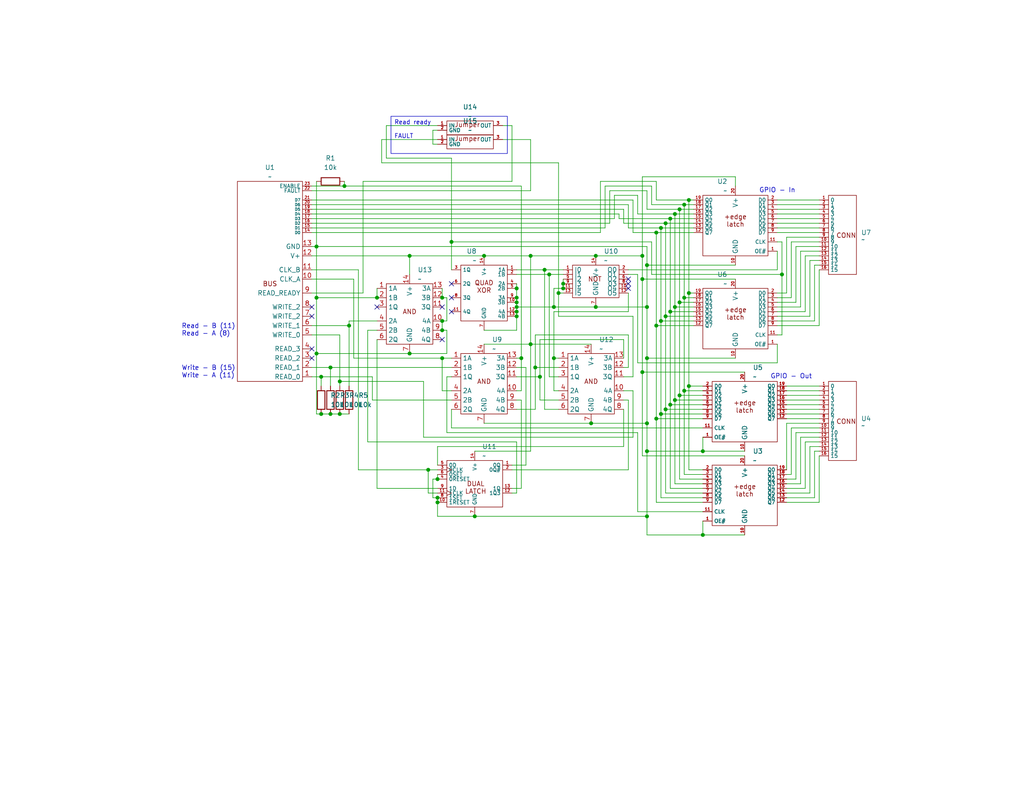
<source format=kicad_sch>
(kicad_sch (version 20231120) (generator "eeschema") (generator_version "8.0")
  (paper "USLetter")
  (lib_symbols
    (symbol "Device:R" (pin_numbers hide) (pin_names (offset 0))
      (property "Reference" "R" (at 2.032 0 90))
      (property "Value" "R" (at 0 0 90))
      (symbol "R_0_1"
        (rectangle (start -1.016 -2.54) (end 1.016 2.54) (stroke (width 0.254)))
      )
      (symbol "R_1_1"
        (pin passive line (at 0 3.81 270) (length 1.27) (name "~") (number "1"))
        (pin passive line (at 0 -3.81 90) (length 1.27) (name "~") (number "2"))
      )
    )
    (symbol "custom_symbol_lib:4x_XOR"
      (property "Reference" "U" (at 0 -1.778 0))
      (symbol "4x_XOR_1_1"
        (rectangle (start -6.35 7.62) (end 6.35 -7.62))
        (text "QUAD\nXOR" (at 0 1.778 0) (effects (font (size 1.27 1.27))))
        (pin input line (at -8.89 6.35 0) (length 2.54) (name "1A") (number "1"))
        (pin input line (at -8.89 -2.54 0) (length 2.54) (name "3B") (number "10"))
        (pin output line (at 8.89 -5.08 180) (length 2.54) (name "4Q") (number "11"))
        (pin input line (at -8.89 -5.08 0) (length 2.54) (name "4A") (number "12"))
        (pin input line (at -8.89 -6.35 0) (length 2.54) (name "4B") (number "13"))
        (pin power_in line (at 0 10.16 270) (length 2.54) (name "V+") (number "14"))
        (pin input line (at -8.89 5.08 0) (length 2.54) (name "1B") (number "2"))
        (pin output line (at 8.89 6.35 180) (length 2.54) (name "1Q") (number "3"))
        (pin input line (at -8.89 2.54 0) (length 2.54) (name "2A") (number "4"))
        (pin input line (at -8.89 1.27 0) (length 2.54) (name "2B") (number "5"))
        (pin output line (at 8.89 2.54 180) (length 2.54) (name "2Q") (number "6"))
        (pin power_in line (at 0 -10.16 90) (length 2.54) (name "GND") (number "7"))
        (pin output line (at 8.89 -1.27 180) (length 2.54) (name "3Q") (number "8"))
        (pin input line (at -8.89 -1.27 0) (length 2.54) (name "3A") (number "9"))
      )
    )
    (symbol "custom_symbol_lib:6xNOT"
      (property "Reference" "U" (at -2.032 -1.016 0))
      (symbol "6xNOT_0_1"
        (rectangle (start -6.35 5.08) (end 6.35 -3.81))
      )
      (symbol "6xNOT_1_1"
        (text "NOT" (at -0.254 1.27 0) (effects (font (size 1.27 1.27))))
        (pin input line (at -8.89 3.81 0) (length 2.54) (name "I0") (number "1"))
        (pin output line (at 8.89 -1.27 180) (length 2.54) (name "O4") (number "10"))
        (pin input line (at -8.89 -1.27 0) (length 2.54) (name "I4") (number "11"))
        (pin output line (at 8.89 -2.54 180) (length 2.54) (name "O5") (number "12"))
        (pin input line (at -8.89 -2.54 0) (length 2.54) (name "I5") (number "13"))
        (pin power_in line (at 0 7.62 270) (length 2.54) (name "V+") (number "14"))
        (pin output line (at 8.89 3.81 180) (length 2.54) (name "O0") (number "2"))
        (pin input line (at -8.89 2.54 0) (length 2.54) (name "I1") (number "3"))
        (pin output line (at 8.89 2.54 180) (length 2.54) (name "O1") (number "4"))
        (pin input line (at -8.89 1.27 0) (length 2.54) (name "I2") (number "5"))
        (pin output line (at 8.89 1.27 180) (length 2.54) (name "O2") (number "6"))
        (pin power_in line (at 0 -6.35 90) (length 2.54) (name "GND") (number "7"))
        (pin output line (at 8.89 0 180) (length 2.54) (name "03") (number "8"))
        (pin input line (at -8.89 0 0) (length 2.54) (name "I3") (number "9"))
      )
    )
    (symbol "custom_symbol_lib:bus_edge_connector"
      (property "Reference" "U" (at 0 -1.27 0))
      (symbol "bus_edge_connector_0_1"
        (rectangle (start -8.89 27.94) (end 8.89 -26.67))
      )
      (symbol "bus_edge_connector_1_1"
        (text "BUS" (at 0 1.27 0) (effects (font (size 1.27 1.27))))
        (pin bidirectional line (at -11.43 26.67 0) (length 2.54) (name "READ_0") (number "1"))
        (pin bidirectional line (at -11.43 0 0) (length 2.54) (name "CLK_A") (number "10"))
        (pin bidirectional line (at -11.43 -2.54 0) (length 2.54) (name "CLK_B") (number "11"))
        (pin power_out line (at -11.43 -6.35 0) (length 2.54) (name "V+") (number "12"))
        (pin power_out line (at -11.43 -8.89 0) (length 2.54) (name "GND") (number "13"))
        (pin bidirectional line (at -11.43 -12.7 0) (length 2.54) (name "D0") (number "14"))
        (pin bidirectional line (at -11.43 -13.97 0) (length 2.54) (name "D1") (number "15"))
        (pin bidirectional line (at -11.43 -15.24 0) (length 2.54) (name "D2") (number "16"))
        (pin bidirectional line (at -11.43 -16.51 0) (length 2.54) (name "D3") (number "17"))
        (pin bidirectional line (at -11.43 -17.78 0) (length 2.54) (name "D4") (number "18"))
        (pin bidirectional line (at -11.43 -19.05 0) (length 2.54) (name "D5") (number "19"))
        (pin bidirectional line (at -11.43 24.13 0) (length 2.54) (name "READ_1") (number "2"))
        (pin bidirectional line (at -11.43 -20.32 0) (length 2.54) (name "D6") (number "20"))
        (pin bidirectional line (at -11.43 -21.59 0) (length 2.54) (name "D7") (number "21"))
        (pin bidirectional line (at -11.43 -24.13 0) (length 2.54) (name "FAULT") (number "22"))
        (pin bidirectional line (at -11.43 -25.4 0) (length 2.54) (name "ENABLE") (number "23"))
        (pin bidirectional line (at -11.43 21.59 0) (length 2.54) (name "READ_2") (number "3"))
        (pin bidirectional line (at -11.43 19.05 0) (length 2.54) (name "READ_3") (number "4"))
        (pin bidirectional line (at -11.43 15.24 0) (length 2.54) (name "WRITE_0") (number "5"))
        (pin bidirectional line (at -11.43 12.7 0) (length 2.54) (name "WRITE_1") (number "6"))
        (pin bidirectional line (at -11.43 10.16 0) (length 2.54) (name "WRITE_2") (number "7"))
        (pin bidirectional line (at -11.43 7.62 0) (length 2.54) (name "WRITE_2") (number "8"))
        (pin bidirectional line (at -11.43 3.81 0) (length 2.54) (name "READ_READY") (number "9"))
      )
    )
    (symbol "custom_symbol_lib:connector_16_bit"
      (property "Reference" "U" (at 3.048 -2.032 0))
      (symbol "connector_16_bit_0_1"
        (rectangle (start -1.27 11.43) (end 6.35 -10.16))
      )
      (symbol "connector_16_bit_1_1"
        (text "CONN" (at 3.556 0.508 0) (effects (font (size 1.27 1.27))))
        (pin input line (at -3.81 10.16 0) (length 2.54) (name "0") (number "1"))
        (pin input line (at -3.81 -1.27 0) (length 2.54) (name "9") (number "10"))
        (pin input line (at -3.81 -2.54 0) (length 2.54) (name "10") (number "11"))
        (pin input line (at -3.81 -3.81 0) (length 2.54) (name "11") (number "12"))
        (pin input line (at -3.81 -5.08 0) (length 2.54) (name "12") (number "13"))
        (pin input line (at -3.81 -6.35 0) (length 2.54) (name "13") (number "14"))
        (pin input line (at -3.81 -7.62 0) (length 2.54) (name "14") (number "15"))
        (pin input line (at -3.81 -8.89 0) (length 2.54) (name "15") (number "16"))
        (pin input line (at -3.81 8.89 0) (length 2.54) (name "1") (number "2"))
        (pin input line (at -3.81 7.62 0) (length 2.54) (name "2") (number "3"))
        (pin input line (at -3.81 6.35 0) (length 2.54) (name "3") (number "4"))
        (pin input line (at -3.81 5.08 0) (length 2.54) (name "4") (number "5"))
        (pin input line (at -3.81 3.81 0) (length 2.54) (name "5") (number "6"))
        (pin input line (at -3.81 2.54 0) (length 2.54) (name "6") (number "7"))
        (pin input line (at -3.81 1.27 0) (length 2.54) (name "7") (number "8"))
        (pin input line (at -3.81 0 0) (length 2.54) (name "8") (number "9"))
      )
    )
    (symbol "custom_symbol_lib:dual_latch"
      (property "Reference" "U" (at 4.572 -5.08 0))
      (symbol "dual_latch_0_1"
        (rectangle (start -7.62 6.35) (end 7.62 -6.35))
      )
      (symbol "dual_latch_1_1"
        (text "DUAL\nLATCH" (at 0.254 -1.016 0) (effects (font (size 1.27 1.27))))
        (pin output line (at 10.16 5.08 180) (length 2.54) (name "0Q") (number "1"))
        (pin input line (at -10.16 -5.08 0) (length 2.54) (name "1RESET") (number "10"))
        (pin input clock (at -10.16 -2.54 0) (length 2.54) (name "1CLK") (number "11"))
        (pin output line (at 10.16 -2.54 180) (length 2.54) (name "1Q3") (number "12"))
        (pin output line (at 10.16 -1.27 180) (length 2.54) (name "1Q") (number "13"))
        (pin power_in line (at 0 8.89 270) (length 2.54) (name "V+") (number "14"))
        (pin output line (at 10.16 3.81 180) (length 2.54) (name "0Q#") (number "2"))
        (pin input clock (at -10.16 3.81 0) (length 2.54) (name "0CLK") (number "3"))
        (pin input line (at -10.16 1.27 0) (length 2.54) (name "0RESET") (number "4"))
        (pin input line (at -10.16 5.08 0) (length 2.54) (name "0D") (number "5"))
        (pin input line (at -10.16 2.54 0) (length 2.54) (name "0SET") (number "6"))
        (pin power_in line (at 0 -8.89 90) (length 2.54) (name "GND") (number "7"))
        (pin input line (at -10.16 -3.81 0) (length 2.54) (name "1SET") (number "8"))
        (pin input line (at -10.16 -1.27 0) (length 2.54) (name "1D") (number "9"))
      )
    )
    (symbol "custom_symbol_lib:jumper"
      (property "Reference" "U" (at -1.016 -1.524 0))
      (symbol "jumper_1_1"
        (rectangle (start -6.35 1.27) (end 6.35 -2.54))
        (text "Jumper" (at -0.762 0.254 0) (effects (font (size 1.27 1.27))))
        (pin input line (at -8.89 0 0) (length 2.54) (name "IN") (number "1"))
        (pin power_in line (at -8.89 -1.27 0) (length 2.54) (name "GND") (number "2"))
        (pin output line (at 8.89 0 180) (length 2.54) (name "OUT") (number "3"))
      )
    )
    (symbol "custom_symbol_lib:quad_and"
      (property "Reference" "U" (at 0 -1.524 0))
      (symbol "quad_and_0_1"
        (rectangle (start -6.35 8.89) (end 6.35 -7.62))
      )
      (symbol "quad_and_1_1"
        (text "AND" (at 0 1.27 0) (effects (font (size 1.27 1.27))))
        (pin input line (at -8.89 7.62 0) (length 2.54) (name "1A") (number "1"))
        (pin input line (at 8.89 -1.27 180) (length 2.54) (name "4A") (number "10"))
        (pin output line (at 8.89 2.54 180) (length 2.54) (name "3Q") (number "11"))
        (pin input line (at 8.89 5.08 180) (length 2.54) (name "3B") (number "12"))
        (pin input line (at 8.89 7.62 180) (length 2.54) (name "3A") (number "13"))
        (pin power_in line (at 0 11.43 270) (length 2.54) (name "V+") (number "14"))
        (pin input line (at -8.89 5.08 0) (length 2.54) (name "1B") (number "2"))
        (pin output line (at -8.89 2.54 0) (length 2.54) (name "1Q") (number "3"))
        (pin input line (at -8.89 -1.27 0) (length 2.54) (name "2A") (number "4"))
        (pin input line (at -8.89 -3.81 0) (length 2.54) (name "2B") (number "5"))
        (pin output line (at -8.89 -6.35 0) (length 2.54) (name "2Q") (number "6"))
        (pin power_in line (at 0 -10.16 90) (length 2.54) (name "GND") (number "7"))
        (pin output line (at 8.89 -6.35 180) (length 2.54) (name "4Q") (number "8"))
        (pin input line (at 8.89 -3.81 180) (length 2.54) (name "4B") (number "9"))
      )
    )
    (symbol "custom_symbol_lib:rising_edge_8_bit_latch"
      (property "Reference" "U" (at 0 -1.016 0))
      (symbol "rising_edge_8_bit_latch_0_1"
        (rectangle (start -8.89 8.89) (end 8.89 -7.62))
      )
      (symbol "rising_edge_8_bit_latch_1_1"
        (text "+edge\nlatch" (at 0 2.032 0) (effects (font (size 1.27 1.27))))
        (pin input line (at -11.43 -6.35 0) (length 2.54) (name "OE#") (number "1"))
        (pin power_in line (at 0 -10.16 90) (length 2.54) (name "GND") (number "10"))
        (pin input line (at -11.43 -3.81 0) (length 2.54) (name "CLK") (number "11"))
        (pin output line (at 11.43 -1.27 180) (length 2.54) (name "Q7") (number "12"))
        (pin output line (at 11.43 0 180) (length 2.54) (name "Q6") (number "13"))
        (pin output line (at 11.43 1.27 180) (length 2.54) (name "Q5") (number "14"))
        (pin output line (at 11.43 2.54 180) (length 2.54) (name "Q4") (number "15"))
        (pin output line (at 11.43 3.81 180) (length 2.54) (name "Q3") (number "16"))
        (pin output line (at 11.43 5.08 180) (length 2.54) (name "Q2") (number "17"))
        (pin output line (at 11.43 6.35 180) (length 2.54) (name "Q1") (number "18"))
        (pin output line (at 11.43 7.62 180) (length 2.54) (name "Q0") (number "19"))
        (pin input line (at -11.43 7.62 0) (length 2.54) (name "D0") (number "2"))
        (pin power_in line (at 0 11.43 270) (length 2.54) (name "V+") (number "20"))
        (pin input line (at -11.43 6.35 0) (length 2.54) (name "D1") (number "3"))
        (pin input line (at -11.43 5.08 0) (length 2.54) (name "D2") (number "4"))
        (pin input line (at -11.43 3.81 0) (length 2.54) (name "D3") (number "5"))
        (pin input line (at -11.43 2.54 0) (length 2.54) (name "D4") (number "6"))
        (pin input line (at -11.43 1.27 0) (length 2.54) (name "D5") (number "7"))
        (pin input line (at -11.43 0 0) (length 2.54) (name "D6") (number "8"))
        (pin input line (at -11.43 -1.27 0) (length 2.54) (name "D7") (number "9"))
      )
    )
  )
  (junction (at 153.67 78.74))
  (junction (at 102.87 81.28))
  (junction (at 185.42 107.95))
  (junction (at 187.96 54.61))
  (junction (at 152.4 80.01))
  (junction (at 140.97 86.36))
  (junction (at 93.98 50.8))
  (junction (at 146.05 100.33))
  (junction (at 176.53 140.97))
  (junction (at 140.97 78.74))
  (junction (at 182.88 85.09))
  (junction (at 175.26 101.6))
  (junction (at 140.97 81.28))
  (junction (at 181.61 111.76))
  (junction (at 90.17 100.33))
  (junction (at 176.53 97.79))
  (junction (at 187.96 80.01))
  (junction (at 186.69 55.88))
  (junction (at 148.59 73.66))
  (junction (at 140.97 82.55))
  (junction (at 184.15 58.42))
  (junction (at 162.56 83.82))
  (junction (at 132.08 69.85))
  (junction (at 111.76 96.52))
  (junction (at 191.77 146.05))
  (junction (at 176.53 115.57))
  (junction (at 184.15 83.82))
  (junction (at 140.97 85.09))
  (junction (at 92.71 104.14))
  (junction (at 187.96 105.41))
  (junction (at 186.69 81.28))
  (junction (at 179.07 88.9))
  (junction (at 181.61 60.96))
  (junction (at 86.36 67.31))
  (junction (at 87.63 113.03))
  (junction (at 142.24 97.79))
  (junction (at 182.88 59.69))
  (junction (at 123.19 66.04))
  (junction (at 120.65 87.63))
  (junction (at 176.53 123.19))
  (junction (at 120.65 81.28))
  (junction (at 119.38 130.81))
  (junction (at 162.56 69.85))
  (junction (at 180.34 62.23))
  (junction (at 87.63 102.87))
  (junction (at 181.61 86.36))
  (junction (at 185.42 82.55))
  (junction (at 86.36 96.52))
  (junction (at 95.25 88.9))
  (junction (at 191.77 123.19))
  (junction (at 149.86 74.93))
  (junction (at 176.53 83.82))
  (junction (at 111.76 69.85))
  (junction (at 147.32 102.87))
  (junction (at 119.38 135.89))
  (junction (at 120.65 90.17))
  (junction (at 120.65 97.79))
  (junction (at 129.54 140.97))
  (junction (at 161.29 115.57))
  (junction (at 179.07 63.5))
  (junction (at 186.69 106.68))
  (junction (at 116.84 128.27))
  (junction (at 185.42 57.15))
  (junction (at 175.26 69.85))
  (junction (at 180.34 113.03))
  (junction (at 90.17 113.03))
  (junction (at 213.36 74.93))
  (junction (at 144.78 93.98))
  (junction (at 153.67 77.47))
  (junction (at 144.78 69.85))
  (junction (at 182.88 110.49))
  (junction (at 184.15 109.22))
  (junction (at 86.36 81.28))
  (junction (at 175.26 76.2))
  (junction (at 92.71 113.03))
  (junction (at 176.53 72.39))
  (junction (at 151.13 97.79))
  (junction (at 140.97 83.82))
  (junction (at 119.38 137.16))
  (junction (at 179.07 114.3))
  (junction (at 151.13 83.82))
  (junction (at 180.34 87.63))
  (no_connect (at 171.45 78.74))
  (no_connect (at 171.45 76.2))
  (no_connect (at 123.19 85.09))
  (no_connect (at 102.87 83.82))
  (no_connect (at 85.09 86.36))
  (no_connect (at 85.09 83.82))
  (no_connect (at 85.09 97.79))
  (no_connect (at 120.65 92.71))
  (no_connect (at 123.19 81.28))
  (no_connect (at 171.45 77.47))
  (no_connect (at 85.09 95.25))
  (no_connect (at 123.19 77.47))
  (no_connect (at 120.65 83.82))
  (wire (pts (xy 177.8 50.8) (xy 165.1 50.8)))
  (wire (pts (xy 119.38 135.89) (xy 119.38 137.16)))
  (wire (pts (xy 187.96 54.61) (xy 179.07 54.61)))
  (wire (pts (xy 140.97 111.76) (xy 146.05 111.76)))
  (wire (pts (xy 214.63 111.76) (xy 223.52 111.76)))
  (wire (pts (xy 185.42 82.55) (xy 185.42 107.95)))
  (wire (pts (xy 179.07 88.9) (xy 179.07 63.5)))
  (wire (pts (xy 120.65 81.28) (xy 121.92 81.28)))
  (wire (pts (xy 218.44 68.58) (xy 218.44 83.82)))
  (wire (pts (xy 85.09 50.8) (xy 93.98 50.8)))
  (wire (pts (xy 101.6 102.87) (xy 101.6 109.22)))
  (wire (pts (xy 111.76 69.85) (xy 132.08 69.85)))
  (wire (pts (xy 143.51 100.33) (xy 140.97 100.33)))
  (wire (pts (xy 92.71 104.14) (xy 92.71 91.44)))
  (wire (pts (xy 219.71 120.65) (xy 223.52 120.65)))
  (wire (pts (xy 219.71 133.35) (xy 219.71 120.65)))
  (wire (pts (xy 172.72 102.87) (xy 172.72 86.36)))
  (wire (pts (xy 139.7 133.35) (xy 142.24 133.35)))
  (wire (pts (xy 123.19 66.04) (xy 123.19 43.18)))
  (wire (pts (xy 185.42 82.55) (xy 189.23 82.55)))
  (wire (pts (xy 212.09 58.42) (xy 223.52 58.42)))
  (wire (pts (xy 170.18 97.79) (xy 170.18 92.71)))
  (wire (pts (xy 92.71 91.44) (xy 85.09 91.44)))
  (wire (pts (xy 181.61 134.62) (xy 181.61 111.76)))
  (wire (pts (xy 142.24 50.8) (xy 142.24 97.79)))
  (wire (pts (xy 214.63 113.03) (xy 223.52 113.03)))
  (wire (pts (xy 140.97 82.55) (xy 140.97 83.82)))
  (wire (pts (xy 177.8 55.88) (xy 177.8 50.8)))
  (wire (pts (xy 220.98 134.62) (xy 214.63 134.62)))
  (wire (pts (xy 180.34 113.03) (xy 191.77 113.03)))
  (wire (pts (xy 140.97 120.65) (xy 100.33 120.65)))
  (wire (pts (xy 116.84 128.27) (xy 119.38 128.27)))
  (wire (pts (xy 184.15 58.42) (xy 173.99 58.42)))
  (wire (pts (xy 212.09 68.58) (xy 212.09 73.66)))
  (wire (pts (xy 186.69 106.68) (xy 191.77 106.68)))
  (wire (pts (xy 184.15 109.22) (xy 191.77 109.22)))
  (wire (pts (xy 180.34 62.23) (xy 189.23 62.23)))
  (wire (pts (xy 167.64 59.69) (xy 85.09 59.69)))
  (wire (pts (xy 175.26 101.6) (xy 175.26 124.46)))
  (wire (pts (xy 223.52 72.39) (xy 222.25 72.39)))
  (wire (pts (xy 85.09 100.33) (xy 90.17 100.33)))
  (wire (pts (xy 182.88 59.69) (xy 182.88 85.09)))
  (wire (pts (xy 186.69 129.54) (xy 186.69 106.68)))
  (wire (pts (xy 170.18 111.76) (xy 170.18 121.92)))
  (wire (pts (xy 215.9 116.84) (xy 215.9 129.54)))
  (wire (pts (xy 200.66 48.26) (xy 200.66 50.8)))
  (wire (pts (xy 191.77 146.05) (xy 203.2 146.05)))
  (wire (pts (xy 140.97 85.09) (xy 140.97 86.36)))
  (wire (pts (xy 151.13 83.82) (xy 162.56 83.82)))
  (wire (pts (xy 176.53 83.82) (xy 176.53 97.79)))
  (wire (pts (xy 120.65 87.63) (xy 120.65 90.17)))
  (wire (pts (xy 176.53 52.07) (xy 166.37 52.07)))
  (wire (pts (xy 187.96 105.41) (xy 187.96 128.27)))
  (wire (pts (xy 184.15 109.22) (xy 184.15 83.82)))
  (wire (pts (xy 185.42 57.15) (xy 176.53 57.15)))
  (wire (pts (xy 97.79 73.66) (xy 97.79 128.27)))
  (wire (pts (xy 85.09 67.31) (xy 86.36 67.31)))
  (wire (pts (xy 219.71 69.85) (xy 223.52 69.85)))
  (wire (pts (xy 179.07 114.3) (xy 179.07 88.9)))
  (wire (pts (xy 214.63 130.81) (xy 217.17 130.81)))
  (wire (pts (xy 101.6 109.22) (xy 123.19 109.22)))
  (wire (pts (xy 119.38 130.81) (xy 118.11 130.81)))
  (wire (pts (xy 153.67 77.47) (xy 153.67 78.74)))
  (wire (pts (xy 144.78 52.07) (xy 85.09 52.07)))
  (wire (pts (xy 86.36 67.31) (xy 176.53 67.31)))
  (wire (pts (xy 123.19 43.18) (xy 105.41 43.18)))
  (wire (pts (xy 222.25 123.19) (xy 222.25 135.89)))
  (wire (pts (xy 123.19 66.04) (xy 123.19 73.66)))
  (wire (pts (xy 213.36 74.93) (xy 213.36 66.04)))
  (wire (pts (xy 140.97 78.74) (xy 140.97 81.28)))
  (wire (pts (xy 180.34 87.63) (xy 189.23 87.63)))
  (wire (pts (xy 220.98 86.36) (xy 212.09 86.36)))
  (wire (pts (xy 147.32 109.22) (xy 152.4 109.22)))
  (wire (pts (xy 92.71 104.14) (xy 115.57 104.14)))
  (wire (pts (xy 140.97 134.62) (xy 140.97 120.65)))
  (wire (pts (xy 213.36 66.04) (xy 212.09 66.04)))
  (wire (pts (xy 143.51 127) (xy 143.51 100.33)))
  (wire (pts (xy 180.34 135.89) (xy 191.77 135.89)))
  (wire (pts (xy 213.36 74.93) (xy 177.8 74.93)))
  (wire (pts (xy 176.53 146.05) (xy 191.77 146.05)))
  (wire (pts (xy 184.15 58.42) (xy 189.23 58.42)))
  (wire (pts (xy 184.15 132.08) (xy 184.15 109.22)))
  (wire (pts (xy 181.61 111.76) (xy 181.61 86.36)))
  (wire (pts (xy 140.97 90.17) (xy 132.08 90.17)))
  (wire (pts (xy 191.77 132.08) (xy 184.15 132.08)))
  (wire (pts (xy 104.14 44.45) (xy 104.14 38.1)))
  (wire (pts (xy 182.88 110.49) (xy 191.77 110.49)))
  (wire (pts (xy 186.69 81.28) (xy 189.23 81.28)))
  (wire (pts (xy 212.09 85.09) (xy 219.71 85.09)))
  (wire (pts (xy 96.52 97.79) (xy 120.65 97.79)))
  (wire (pts (xy 142.24 106.68) (xy 140.97 106.68)))
  (wire (pts (xy 162.56 69.85) (xy 175.26 69.85)))
  (wire (pts (xy 171.45 62.23) (xy 171.45 55.88)))
  (wire (pts (xy 176.53 57.15) (xy 176.53 52.07)))
  (wire (pts (xy 187.96 54.61) (xy 189.23 54.61)))
  (wire (pts (xy 176.53 97.79) (xy 176.53 115.57)))
  (wire (pts (xy 180.34 113.03) (xy 180.34 135.89)))
  (wire (pts (xy 115.57 119.38) (xy 172.72 119.38)))
  (wire (pts (xy 171.45 85.09) (xy 151.13 85.09)))
  (wire (pts (xy 95.25 88.9) (xy 95.25 105.41)))
  (wire (pts (xy 176.53 97.79) (xy 200.66 97.79)))
  (wire (pts (xy 140.97 73.66) (xy 148.59 73.66)))
  (wire (pts (xy 177.8 66.04) (xy 123.19 66.04)))
  (wire (pts (xy 92.71 113.03) (xy 90.17 113.03)))
  (wire (pts (xy 102.87 87.63) (xy 95.25 87.63)))
  (wire (pts (xy 148.59 111.76) (xy 152.4 111.76)))
  (wire (pts (xy 142.24 97.79) (xy 142.24 106.68)))
  (wire (pts (xy 172.72 54.61) (xy 85.09 54.61)))
  (wire (pts (xy 179.07 54.61) (xy 179.07 49.53)))
  (wire (pts (xy 121.92 81.28) (xy 121.92 87.63)))
  (wire (pts (xy 97.79 128.27) (xy 116.84 128.27)))
  (wire (pts (xy 152.4 44.45) (xy 152.4 80.01)))
  (wire (pts (xy 184.15 83.82) (xy 184.15 58.42)))
  (wire (pts (xy 212.09 59.69) (xy 223.52 59.69)))
  (wire (pts (xy 182.88 110.49) (xy 182.88 133.35)))
  (wire (pts (xy 87.63 102.87) (xy 101.6 102.87)))
  (wire (pts (xy 181.61 86.36) (xy 181.61 60.96)))
  (wire (pts (xy 191.77 129.54) (xy 186.69 129.54)))
  (wire (pts (xy 137.16 38.1) (xy 144.78 38.1)))
  (wire (pts (xy 140.97 86.36) (xy 140.97 90.17)))
  (wire (pts (xy 191.77 137.16) (xy 179.07 137.16)))
  (wire (pts (xy 212.09 73.66) (xy 171.45 73.66)))
  (wire (pts (xy 176.53 123.19) (xy 176.53 140.97)))
  (wire (pts (xy 163.83 63.5) (xy 85.09 63.5)))
  (wire (pts (xy 118.11 130.81) (xy 118.11 135.89)))
  (wire (pts (xy 123.19 111.76) (xy 123.19 116.84)))
  (wire (pts (xy 140.97 81.28) (xy 140.97 82.55)))
  (wire (pts (xy 214.63 107.95) (xy 223.52 107.95)))
  (wire (pts (xy 144.78 93.98) (xy 144.78 123.19)))
  (wire (pts (xy 121.92 96.52) (xy 111.76 96.52)))
  (wire (pts (xy 181.61 60.96) (xy 189.23 60.96)))
  (wire (pts (xy 111.76 69.85) (xy 111.76 74.93)))
  (wire (pts (xy 105.41 34.29) (xy 119.38 34.29)))
  (wire (pts (xy 119.38 129.54) (xy 119.38 130.81)))
  (wire (pts (xy 144.78 69.85) (xy 144.78 93.98)))
  (wire (pts (xy 120.65 106.68) (xy 120.65 97.79)))
  (wire (pts (xy 139.7 34.29) (xy 139.7 49.53)))
  (wire (pts (xy 214.63 80.01) (xy 214.63 64.77)))
  (wire (pts (xy 87.63 113.03) (xy 86.36 113.03)))
  (wire (pts (xy 152.4 86.36) (xy 172.72 86.36)))
  (wire (pts (xy 142.24 109.22) (xy 140.97 109.22)))
  (wire (pts (xy 182.88 85.09) (xy 182.88 110.49)))
  (wire (pts (xy 153.67 76.2) (xy 153.67 77.47)))
  (wire (pts (xy 185.42 57.15) (xy 185.42 82.55)))
  (wire (pts (xy 175.26 124.46) (xy 203.2 124.46)))
  (wire (pts (xy 185.42 107.95) (xy 185.42 130.81)))
  (wire (pts (xy 185.42 107.95) (xy 191.77 107.95)))
  (wire (pts (xy 181.61 86.36) (xy 189.23 86.36)))
  (wire (pts (xy 86.36 96.52) (xy 86.36 81.28)))
  (wire (pts (xy 132.08 93.98) (xy 144.78 93.98)))
  (wire (pts (xy 99.06 49.53) (xy 99.06 80.01)))
  (wire (pts (xy 140.97 102.87) (xy 147.32 102.87)))
  (wire (pts (xy 116.84 128.27) (xy 116.84 134.62)))
  (wire (pts (xy 95.25 87.63) (xy 95.25 88.9)))
  (wire (pts (xy 200.66 48.26) (xy 175.26 48.26)))
  (wire (pts (xy 171.45 128.27) (xy 139.7 128.27)))
  (wire (pts (xy 140.97 77.47) (xy 140.97 78.74)))
  (wire (pts (xy 175.26 101.6) (xy 203.2 101.6)))
  (wire (pts (xy 177.8 74.93) (xy 177.8 66.04)))
  (wire (pts (xy 173.99 99.06) (xy 173.99 74.93)))
  (wire (pts (xy 115.57 104.14) (xy 115.57 119.38)))
  (wire (pts (xy 100.33 90.17) (xy 102.87 90.17)))
  (wire (pts (xy 212.09 91.44) (xy 213.36 91.44)))
  (wire (pts (xy 142.24 133.35) (xy 142.24 109.22)))
  (wire (pts (xy 87.63 105.41) (xy 87.63 102.87)))
  (wire (pts (xy 222.25 87.63) (xy 212.09 87.63)))
  (wire (pts (xy 185.42 57.15) (xy 189.23 57.15)))
  (wire (pts (xy 187.96 80.01) (xy 187.96 105.41)))
  (wire (pts (xy 129.54 140.97) (xy 176.53 140.97)))
  (wire (pts (xy 167.64 53.34) (xy 167.64 59.69)))
  (wire (pts (xy 162.56 83.82) (xy 176.53 83.82)))
  (wire (pts (xy 100.33 120.65) (xy 100.33 90.17)))
  (wire (pts (xy 123.19 106.68) (xy 120.65 106.68)))
  (wire (pts (xy 217.17 82.55) (xy 217.17 67.31)))
  (wire (pts (xy 102.87 133.35) (xy 119.38 133.35)))
  (wire (pts (xy 182.88 59.69) (xy 189.23 59.69)))
  (wire (pts (xy 175.26 69.85) (xy 175.26 76.2)))
  (wire (pts (xy 90.17 113.03) (xy 87.63 113.03)))
  (wire (pts (xy 191.77 134.62) (xy 181.61 134.62)))
  (wire (pts (xy 139.7 49.53) (xy 99.06 49.53)))
  (wire (pts (xy 212.09 63.5) (xy 223.52 63.5)))
  (wire (pts (xy 220.98 121.92) (xy 220.98 134.62)))
  (wire (pts (xy 215.9 66.04) (xy 215.9 81.28)))
  (wire (pts (xy 171.45 80.01) (xy 171.45 85.09)))
  (wire (pts (xy 173.99 74.93) (xy 171.45 74.93)))
  (wire (pts (xy 182.88 59.69) (xy 168.91 59.69)))
  (wire (pts (xy 214.63 115.57) (xy 223.52 115.57)))
  (wire (pts (xy 153.67 73.66) (xy 148.59 73.66)))
  (wire (pts (xy 171.45 91.44) (xy 146.05 91.44)))
  (wire (pts (xy 120.65 90.17) (xy 121.92 90.17)))
  (wire (pts (xy 165.1 62.23) (xy 85.09 62.23)))
  (wire (pts (xy 175.26 76.2) (xy 200.66 76.2)))
  (wire (pts (xy 176.53 123.19) (xy 191.77 123.19)))
  (wire (pts (xy 147.32 102.87) (xy 147.32 109.22)))
  (wire (pts (xy 212.09 93.98) (xy 212.09 99.06)))
  (wire (pts (xy 186.69 55.88) (xy 189.23 55.88)))
  (wire (pts (xy 179.07 137.16) (xy 179.07 114.3)))
  (wire (pts (xy 121.92 102.87) (xy 123.19 102.87)))
  (wire (pts (xy 217.17 118.11) (xy 223.52 118.11)))
  (wire (pts (xy 119.38 140.97) (xy 129.54 140.97)))
  (wire (pts (xy 140.97 83.82) (xy 151.13 83.82)))
  (wire (pts (xy 191.77 116.84) (xy 123.19 116.84)))
  (wire (pts (xy 151.13 78.74) (xy 151.13 83.82)))
  (wire (pts (xy 146.05 100.33) (xy 152.4 100.33)))
  (wire (pts (xy 215.9 81.28) (xy 212.09 81.28)))
  (wire (pts (xy 85.09 73.66) (xy 97.79 73.66)))
  (wire (pts (xy 223.52 71.12) (xy 220.98 71.12)))
  (wire (pts (xy 218.44 119.38) (xy 218.44 132.08)))
  (wire (pts (xy 102.87 78.74) (xy 102.87 81.28)))
  (wire (pts (xy 121.92 87.63) (xy 120.65 87.63)))
  (wire (pts (xy 212.09 88.9) (xy 223.52 88.9)))
  (wire (pts (xy 223.52 137.16) (xy 223.52 124.46)))
  (wire (pts (xy 146.05 91.44) (xy 146.05 100.33)))
  (wire (pts (xy 214.63 106.68) (xy 223.52 106.68)))
  (wire (pts (xy 181.61 111.76) (xy 191.77 111.76)))
  (wire (pts (xy 187.96 80.01) (xy 189.23 80.01)))
  (wire (pts (xy 120.65 97.79) (xy 123.19 97.79)))
  (wire (pts (xy 171.45 109.22) (xy 171.45 128.27)))
  (wire (pts (xy 181.61 60.96) (xy 170.18 60.96)))
  (wire (pts (xy 93.98 50.8) (xy 142.24 50.8)))
  (wire (pts (xy 118.11 35.56) (xy 118.11 39.37)))
  (wire (pts (xy 144.78 123.19) (xy 129.54 123.19)))
  (wire (pts (xy 179.07 88.9) (xy 189.23 88.9)))
  (wire (pts (xy 220.98 71.12) (xy 220.98 86.36)))
  (wire (pts (xy 92.71 105.41) (xy 92.71 104.14)))
  (wire (pts (xy 144.78 38.1) (xy 144.78 52.07)))
  (wire (pts (xy 119.38 121.92) (xy 119.38 127)))
  (wire (pts (xy 146.05 111.76) (xy 146.05 100.33)))
  (wire (pts (xy 223.52 119.38) (xy 218.44 119.38)))
  (wire (pts (xy 180.34 62.23) (xy 180.34 87.63)))
  (wire (pts (xy 176.53 115.57) (xy 176.53 123.19)))
  (wire (pts (xy 168.91 59.69) (xy 168.91 58.42)))
  (wire (pts (xy 187.96 54.61) (xy 187.96 80.01)))
  (wire (pts (xy 179.07 63.5) (xy 172.72 63.5)))
  (wire (pts (xy 147.32 92.71) (xy 147.32 102.87)))
  (wire (pts (xy 212.09 82.55) (xy 217.17 82.55)))
  (wire (pts (xy 217.17 67.31) (xy 223.52 67.31)))
  (wire (pts (xy 166.37 52.07) (xy 166.37 60.96)))
  (wire (pts (xy 132.08 69.85) (xy 144.78 69.85)))
  (wire (pts (xy 173.99 58.42) (xy 173.99 53.34)))
  (wire (pts (xy 179.07 63.5) (xy 189.23 63.5)))
  (wire (pts (xy 212.09 60.96) (xy 223.52 60.96)))
  (wire (pts (xy 191.77 123.19) (xy 203.2 123.19)))
  (wire (pts (xy 105.41 43.18) (xy 105.41 34.29)))
  (wire (pts (xy 120.65 78.74) (xy 120.65 81.28)))
  (wire (pts (xy 212.09 99.06) (xy 173.99 99.06)))
  (wire (pts (xy 153.67 74.93) (xy 149.86 74.93)))
  (wire (pts (xy 180.34 62.23) (xy 171.45 62.23)))
  (wire (pts (xy 151.13 97.79) (xy 151.13 106.68)))
  (wire (pts (xy 223.52 116.84) (xy 215.9 116.84)))
  (wire (pts (xy 223.52 68.58) (xy 218.44 68.58)))
  (wire (pts (xy 121.92 118.11) (xy 173.99 118.11)))
  (wire (pts (xy 85.09 76.2) (xy 96.52 76.2)))
  (wire (pts (xy 86.36 81.28) (xy 102.87 81.28)))
  (wire (pts (xy 172.72 119.38) (xy 172.72 106.68)))
  (wire (pts (xy 132.08 115.57) (xy 161.29 115.57)))
  (wire (pts (xy 85.09 69.85) (xy 111.76 69.85)))
  (wire (pts (xy 139.7 127) (xy 143.51 127)))
  (wire (pts (xy 176.53 67.31) (xy 176.53 72.39)))
  (wire (pts (xy 170.18 121.92) (xy 119.38 121.92)))
  (wire (pts (xy 172.72 106.68) (xy 170.18 106.68)))
  (wire (pts (xy 222.25 72.39) (xy 222.25 87.63)))
  (wire (pts (xy 118.11 39.37) (xy 119.38 39.37)))
  (wire (pts (xy 121.92 90.17) (xy 121.92 96.52)))
  (wire (pts (xy 85.09 102.87) (xy 87.63 102.87)))
  (wire (pts (xy 171.45 55.88) (xy 85.09 55.88)))
  (wire (pts (xy 170.18 109.22) (xy 171.45 109.22)))
  (wire (pts (xy 212.09 54.61) (xy 223.52 54.61)))
  (wire (pts (xy 144.78 69.85) (xy 162.56 69.85)))
  (wire (pts (xy 179.07 49.53) (xy 163.83 49.53)))
  (wire (pts (xy 142.24 97.79) (xy 140.97 97.79)))
  (wire (pts (xy 140.97 74.93) (xy 149.86 74.93)))
  (wire (pts (xy 176.53 72.39) (xy 176.53 83.82)))
  (wire (pts (xy 191.77 119.38) (xy 191.77 123.19)))
  (wire (pts (xy 152.4 80.01) (xy 153.67 80.01)))
  (wire (pts (xy 186.69 55.88) (xy 177.8 55.88)))
  (wire (pts (xy 170.18 60.96) (xy 170.18 57.15)))
  (wire (pts (xy 173.99 139.7) (xy 173.99 118.11)))
  (wire (pts (xy 151.13 106.68) (xy 152.4 106.68)))
  (wire (pts (xy 172.72 63.5) (xy 172.72 54.61)))
  (wire (pts (xy 175.26 76.2) (xy 175.26 101.6)))
  (wire (pts (xy 165.1 50.8) (xy 165.1 62.23)))
  (wire (pts (xy 175.26 48.26) (xy 175.26 69.85)))
  (wire (pts (xy 170.18 100.33) (xy 171.45 100.33)))
  (wire (pts (xy 93.98 50.8) (xy 93.98 49.53)))
  (wire (pts (xy 139.7 134.62) (xy 140.97 134.62)))
  (wire (pts (xy 218.44 132.08) (xy 214.63 132.08)))
  (wire (pts (xy 85.09 88.9) (xy 95.25 88.9)))
  (wire (pts (xy 95.25 113.03) (xy 92.71 113.03)))
  (wire (pts (xy 163.83 49.53) (xy 163.83 63.5)))
  (wire (pts (xy 182.88 85.09) (xy 189.23 85.09)))
  (wire (pts (xy 200.66 72.39) (xy 176.53 72.39)))
  (wire (pts (xy 90.17 100.33) (xy 123.19 100.33)))
  (wire (pts (xy 214.63 109.22) (xy 223.52 109.22)))
  (wire (pts (xy 151.13 97.79) (xy 152.4 97.79)))
  (wire (pts (xy 214.63 114.3) (xy 223.52 114.3)))
  (wire (pts (xy 223.52 88.9) (xy 223.52 73.66)))
  (wire (pts (xy 215.9 129.54) (xy 214.63 129.54)))
  (wire (pts (xy 86.36 49.53) (xy 86.36 67.31)))
  (wire (pts (xy 149.86 74.93) (xy 149.86 102.87)))
  (wire (pts (xy 119.38 35.56) (xy 118.11 35.56)))
  (wire (pts (xy 119.38 137.16) (xy 119.38 140.97)))
  (wire (pts (xy 214.63 110.49) (xy 223.52 110.49)))
  (wire (pts (xy 170.18 92.71) (xy 147.32 92.71)))
  (wire (pts (xy 223.52 123.19) (xy 222.25 123.19)))
  (wire (pts (xy 121.92 102.87) (xy 121.92 118.11)))
  (wire (pts (xy 186.69 81.28) (xy 186.69 55.88)))
  (wire (pts (xy 222.25 135.89) (xy 214.63 135.89)))
  (wire (pts (xy 167.64 53.34) (xy 173.99 53.34)))
  (wire (pts (xy 212.09 57.15) (xy 223.52 57.15)))
  (wire (pts (xy 99.06 80.01) (xy 85.09 80.01)))
  (wire (pts (xy 187.96 105.41) (xy 191.77 105.41)))
  (wire (pts (xy 214.63 133.35) (xy 219.71 133.35)))
  (wire (pts (xy 186.69 106.68) (xy 186.69 81.28)))
  (wire (pts (xy 217.17 130.81) (xy 217.17 118.11)))
  (wire (pts (xy 185.42 130.81) (xy 191.77 130.81)))
  (wire (pts (xy 86.36 113.03) (xy 86.36 96.52)))
  (wire (pts (xy 86.36 96.52) (xy 111.76 96.52)))
  (wire (pts (xy 212.09 62.23) (xy 223.52 62.23)))
  (wire (pts (xy 104.14 38.1) (xy 119.38 38.1)))
  (wire (pts (xy 90.17 100.33) (xy 90.17 105.41)))
  (wire (pts (xy 148.59 73.66) (xy 148.59 111.76)))
  (wire (pts (xy 213.36 91.44) (xy 213.36 74.93)))
  (wire (pts (xy 161.29 115.57) (xy 176.53 115.57)))
  (wire (pts (xy 140.97 83.82) (xy 140.97 85.09)))
  (wire (pts (xy 144.78 93.98) (xy 161.29 93.98)))
  (wire (pts (xy 102.87 92.71) (xy 102.87 133.35)))
  (wire (pts (xy 176.53 140.97) (xy 176.53 146.05)))
  (wire (pts (xy 191.77 142.24) (xy 191.77 146.05)))
  (wire (pts (xy 170.18 102.87) (xy 172.72 102.87)))
  (wire (pts (xy 149.86 102.87) (xy 152.4 102.87)))
  (wire (pts (xy 214.63 64.77) (xy 223.52 64.77)))
  (wire (pts (xy 223.52 66.04) (xy 215.9 66.04)))
  (wire (pts (xy 223.52 121.92) (xy 220.98 121.92)))
  (wire (pts (xy 137.16 34.29) (xy 139.7 34.29)))
  (wire (pts (xy 170.18 57.15) (xy 85.09 57.15)))
  (wire (pts (xy 218.44 83.82) (xy 212.09 83.82)))
  (wire (pts (xy 151.13 85.09) (xy 151.13 97.79)))
  (wire (pts (xy 116.84 134.62) (xy 119.38 134.62)))
  (wire (pts (xy 212.09 80.01) (xy 214.63 80.01)))
  (wire (pts (xy 152.4 44.45) (xy 104.14 44.45)))
  (wire (pts (xy 179.07 114.3) (xy 191.77 114.3)))
  (wire (pts (xy 191.77 139.7) (xy 173.99 139.7)))
  (wire (pts (xy 86.36 81.28) (xy 86.36 67.31)))
  (wire (pts (xy 214.63 105.41) (xy 223.52 105.41)))
  (wire (pts (xy 168.91 58.42) (xy 85.09 58.42)))
  (wire (pts (xy 153.67 78.74) (xy 151.13 78.74)))
  (wire (pts (xy 184.15 83.82) (xy 189.23 83.82)))
  (wire (pts (xy 214.63 128.27) (xy 214.63 115.57)))
  (wire (pts (xy 214.63 137.16) (xy 223.52 137.16)))
  (wire (pts (xy 219.71 85.09) (xy 219.71 69.85)))
  (wire (pts (xy 96.52 76.2) (xy 96.52 97.79)))
  (wire (pts (xy 118.11 135.89) (xy 119.38 135.89)))
  (wire (pts (xy 166.37 60.96) (xy 85.09 60.96)))
  (wire (pts (xy 180.34 87.63) (xy 180.34 113.03)))
  (wire (pts (xy 152.4 86.36) (xy 152.4 80.01)))
  (wire (pts (xy 187.96 128.27) (xy 191.77 128.27)))
  (wire (pts (xy 212.09 55.88) (xy 223.52 55.88)))
  (wire (pts (xy 171.45 100.33) (xy 171.45 91.44)))
  (wire (pts (xy 182.88 133.35) (xy 191.77 133.35)))
  (text_box "Read ready\n\nFAULT" (at 106.68 31.75 0) (size 31.75 10.16) (effects (font (size 1.1684 1.1684)) (justify left top)))
  (text "Read - B (11)\nRead - A (8)" (at 49.53 90.17 0) (effects (font (size 1.27 1.27)) (justify left)))
  (text "GPIO - Out" (at 215.9 102.87 0) (effects (font (size 1.27 1.27))))
  (text "GPIO - In" (at 212.09 52.07 0) (effects (font (size 1.27 1.27))))
  (text "Write - B (15)\nWrite - A (11)" (at 49.53 101.6 0) (effects (font (size 1.27 1.27)) (justify left)))
  (symbol (lib_id "Device:R") (at 92.71 109.22 0) (unit 1)
    (property "Reference" "R4" (at 95.25 107.9499 0) (effects (justify left)))
    (property "Value" "10k" (at 95.25 110.4899 0) (effects (justify left)))
    (property "Footprint" "custom_footprint_library:0.4_pitch_resistor" (effects (hide yes)))
    (property "Description" "Resistor" (effects (hide yes)))
  )
  (symbol (lib_id "custom_symbol_lib:connector_16_bit") (at 227.33 115.57 0) (unit 1)
    (property "Reference" "U4" (at 234.95 114.2999 0) (effects (justify left)))
    (property "Value" "~" (at 234.95 116.205 0) (effects (justify left)))
    (property "Footprint" "Connector_PinHeader_2.54mm:PinHeader_1x16_P2.54mm_Vertical" (effects (hide yes)))
  )
  (symbol (lib_id "custom_symbol_lib:rising_edge_8_bit_latch") (at 200.66 87.63 0) (mirror y) (unit 1)
    (property "Reference" "U6" (at 198.4659 74.93 0) (effects (justify left)))
    (property "Value" "~" (at 198.4659 77.47 0) (effects (justify left)))
    (property "Footprint" "Package_DIP:DIP-20_W7.62mm" (effects (hide yes)))
  )
  (symbol (lib_id "custom_symbol_lib:rising_edge_8_bit_latch") (at 203.2 135.89 0) (unit 1)
    (property "Reference" "U3" (at 205.3941 123.19 0) (effects (justify left)))
    (property "Value" "~" (at 205.3941 125.73 0) (effects (justify left)))
    (property "Footprint" "Package_DIP:DIP-20_W7.62mm" (effects (hide yes)))
  )
  (symbol (lib_id "custom_symbol_lib:4x_XOR") (at 132.08 80.01 0) (mirror y) (unit 1)
    (property "Reference" "U8" (at 130.0606 68.58 0) (effects (justify left)))
    (property "Value" "~" (at 130.0606 71.12 0) (effects (justify left)))
    (property "Footprint" "Package_DIP:DIP-14_W7.62mm" (effects (hide yes)))
    (property "Datasheet" "https://www.ti.com/lit/ds/symlink/sn74ac86.pdf?HQS=dis-dk-null-digikeymode-dsf-pf-null-wwe&ts=1721866911878&ref_url=https%253A%252F%252Fwww.ti.com%252Fgeneral%252Fdocs%252Fsuppproductinfo.tsp%253FdistId%253D10%2526gotoUrl%253Dhttps%253A%252F%252Fwww.ti.com%252Flit%252Fgpn%252Fsn74ac86" (effects (hide yes)))
  )
  (symbol (lib_id "custom_symbol_lib:connector_16_bit") (at 227.33 64.77 0) (unit 1)
    (property "Reference" "U7" (at 234.95 63.4999 0) (effects (justify left)))
    (property "Value" "~" (at 234.95 65.405 0) (effects (justify left)))
    (property "Footprint" "Connector_PinHeader_2.54mm:PinHeader_1x16_P2.54mm_Vertical" (effects (hide yes)))
  )
  (symbol (lib_id "Device:R") (at 87.63 109.22 0) (unit 1)
    (property "Reference" "R2" (at 90.17 107.9499 0) (effects (justify left)))
    (property "Value" "10k" (at 90.17 110.4899 0) (effects (justify left)))
    (property "Footprint" "custom_footprint_library:0.4_pitch_resistor" (effects (hide yes)))
    (property "Description" "Resistor" (effects (hide yes)))
  )
  (symbol (lib_id "Device:R") (at 95.25 109.22 0) (unit 1)
    (property "Reference" "R5" (at 97.79 107.9499 0) (effects (justify left)))
    (property "Value" "10k" (at 97.79 110.4899 0) (effects (justify left)))
    (property "Footprint" "custom_footprint_library:0.4_pitch_resistor" (effects (hide yes)))
    (property "Description" "Resistor" (effects (hide yes)))
  )
  (symbol (lib_id "Device:R") (at 90.17 109.22 0) (unit 1)
    (property "Reference" "R3" (at 92.71 107.9499 0) (effects (justify left)))
    (property "Value" "10k" (at 92.71 110.4899 0) (effects (justify left)))
    (property "Footprint" "custom_footprint_library:0.4_pitch_resistor" (effects (hide yes)))
    (property "Description" "Resistor" (effects (hide yes)))
  )
  (symbol (lib_id "custom_symbol_lib:rising_edge_8_bit_latch") (at 203.2 113.03 0) (unit 1)
    (property "Reference" "U5" (at 205.3941 100.33 0) (effects (justify left)))
    (property "Value" "~" (at 205.3941 102.87 0) (effects (justify left)))
    (property "Footprint" "Package_DIP:DIP-20_W7.62mm" (effects (hide yes)))
  )
  (symbol (lib_id "custom_symbol_lib:quad_and") (at 161.29 105.41 0) (unit 1)
    (property "Reference" "U12" (at 163.4841 92.71 0) (effects (justify left)))
    (property "Value" "~" (at 163.4841 95.25 0) (effects (justify left)))
    (property "Footprint" "Package_DIP:DIP-14_W7.62mm" (effects (hide yes)))
  )
  (symbol (lib_id "custom_symbol_lib:quad_and") (at 111.76 86.36 0) (unit 1)
    (property "Reference" "U13" (at 113.9541 73.66 0) (effects (justify left)))
    (property "Value" "~" (at 113.9541 76.2 0) (effects (justify left)))
    (property "Footprint" "Package_DIP:DIP-14_W7.62mm" (effects (hide yes)))
  )
  (symbol (lib_id "custom_symbol_lib:quad_and") (at 132.08 105.41 0) (unit 1)
    (property "Reference" "U9" (at 134.2741 92.71 0) (effects (justify left)))
    (property "Value" "~" (at 134.2741 95.25 0) (effects (justify left)))
    (property "Footprint" "Package_DIP:DIP-14_W7.62mm" (effects (hide yes)))
  )
  (symbol (lib_id "custom_symbol_lib:rising_edge_8_bit_latch") (at 200.66 62.23 0) (mirror y) (unit 1)
    (property "Reference" "U2" (at 198.4659 49.53 0) (effects (justify left)))
    (property "Value" "~" (at 198.4659 52.07 0) (effects (justify left)))
    (property "Footprint" "Package_DIP:DIP-20_W7.62mm" (effects (hide yes)))
  )
  (symbol (lib_id "Device:R") (at 90.17 49.53 90) (unit 1)
    (property "Reference" "R1" (at 90.17 43.18 90))
    (property "Value" "10k" (at 90.17 45.72 90))
    (property "Footprint" "custom_footprint_library:0.4_pitch_resistor" (effects (hide yes)))
    (property "Description" "Resistor" (effects (hide yes)))
  )
  (symbol (lib_id "custom_symbol_lib:jumper") (at 128.27 38.1 0) (unit 1)
    (property "Reference" "U15" (at 128.27 33.02 0))
    (property "Value" "~" (at 128.27 35.56 0))
    (property "Footprint" "custom_footprint_library:jumper" (effects (hide yes)))
  )
  (symbol (lib_id "custom_symbol_lib:dual_latch") (at 129.54 132.08 0) (unit 1)
    (property "Reference" "U11" (at 131.5594 121.92 0) (effects (justify left)))
    (property "Value" "~" (at 131.5594 124.46 0) (effects (justify left)))
    (property "Footprint" "Package_DIP:DIP-14_W7.62mm" (effects (hide yes)))
    (property "Datasheet" "https://www.ti.com/lit/ds/symlink/cd4013b.pdf?HQS=dis-dk-null-digikeymode-dsf-pf-null-wwe&ts=1717714412964&ref_url=https%253A%252F%252Fwww.ti.com%252Fgeneral%252Fdocs%252Fsuppproductinfo.tsp%253FdistId%253D10%2526gotoUrl%253Dhttps%253A%252F%252Fwww.ti.com%252Flit%252Fgpn%252Fcd4013b" (effects (hide yes)))
  )
  (symbol (lib_id "custom_symbol_lib:jumper") (at 128.27 34.29 0) (unit 1)
    (property "Reference" "U14" (at 128.27 29.21 0))
    (property "Value" "~" (at 128.27 31.75 0))
    (property "Footprint" "custom_footprint_library:jumper" (effects (hide yes)))
  )
  (symbol (lib_id "custom_symbol_lib:bus_edge_connector") (at 73.66 76.2 180) (unit 1)
    (property "Reference" "U1" (at 73.66 45.72 0))
    (property "Value" "~" (at 73.66 48.26 0))
    (property "Footprint" "Connector_PinHeader_2.54mm:PinHeader_1x23_P2.54mm_Vertical" (effects (hide yes)))
  )
  (symbol (lib_id "custom_symbol_lib:6xNOT") (at 162.56 77.47 0) (unit 1)
    (property "Reference" "U10" (at 164.7541 68.58 0) (effects (justify left)))
    (property "Value" "~" (at 164.7541 71.12 0) (effects (justify left)))
    (property "Footprint" "Package_DIP:DIP-14_W7.62mm" (effects (hide yes)))
  )
)
</source>
